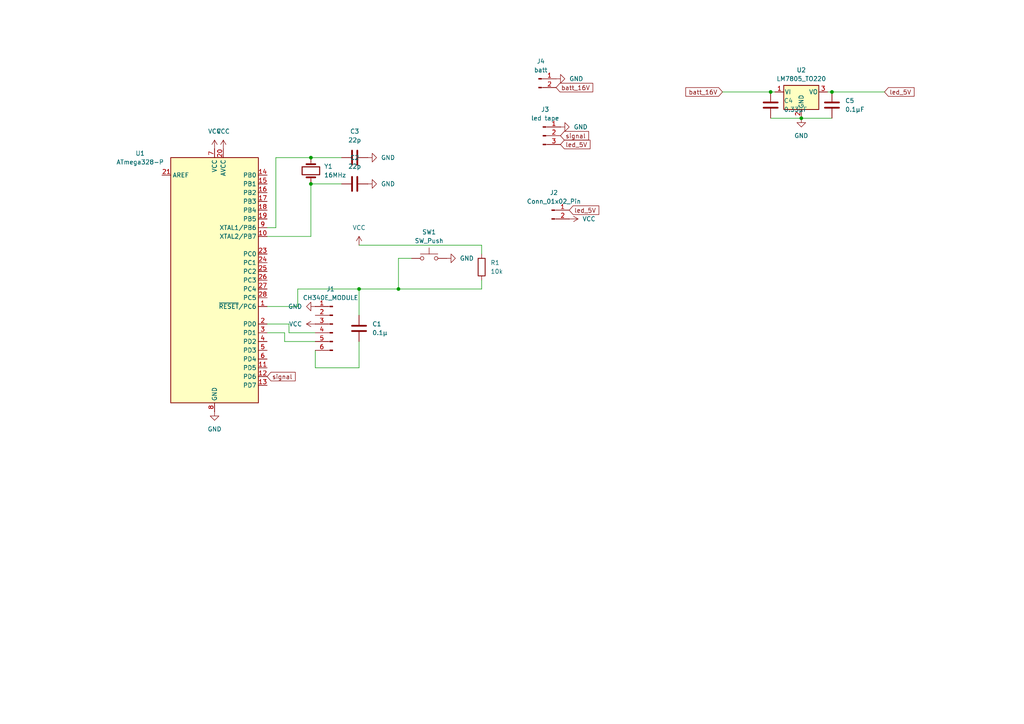
<source format=kicad_sch>
(kicad_sch (version 20231120) (generator "eeschema") (generator_version "8.0")
  (paper "A4")
  (lib_symbols
    (symbol "Connector:Conn_01x02_Pin" (pin_names (offset 1.016) hide)
      (property "Reference" "J" (at 0 2.54 0))
      (property "Value" "Conn_01x02_Pin" (at 0 -5.08 0))
      (symbol "Conn_01x02_Pin_1_1"
        (polyline (pts (xy 1.27 -2.54) (xy 0.8636 -2.54)) (stroke (width 0.1524)))
        (polyline (pts (xy 1.27 0) (xy 0.8636 0)) (stroke (width 0.1524)))
        (rectangle (start 0.8636 -2.413) (end 0 -2.667) (stroke (width 0.1524)) (fill (type outline)))
        (rectangle (start 0.8636 0.127) (end 0 -0.127) (stroke (width 0.1524)) (fill (type outline)))
        (pin passive line (at 5.08 0 180) (length 3.81) (name "Pin_1") (number "1"))
        (pin passive line (at 5.08 -2.54 180) (length 3.81) (name "Pin_2") (number "2"))
      )
    )
    (symbol "Connector:Conn_01x03_Pin" (pin_names (offset 1.016) hide)
      (property "Reference" "J" (at 0 5.08 0))
      (property "Value" "Conn_01x03_Pin" (at 0 -5.08 0))
      (symbol "Conn_01x03_Pin_1_1"
        (polyline (pts (xy 1.27 -2.54) (xy 0.8636 -2.54)) (stroke (width 0.1524)))
        (polyline (pts (xy 1.27 0) (xy 0.8636 0)) (stroke (width 0.1524)))
        (polyline (pts (xy 1.27 2.54) (xy 0.8636 2.54)) (stroke (width 0.1524)))
        (rectangle (start 0.8636 -2.413) (end 0 -2.667) (stroke (width 0.1524)) (fill (type outline)))
        (rectangle (start 0.8636 0.127) (end 0 -0.127) (stroke (width 0.1524)) (fill (type outline)))
        (rectangle (start 0.8636 2.667) (end 0 2.413) (stroke (width 0.1524)) (fill (type outline)))
        (pin passive line (at 5.08 2.54 180) (length 3.81) (name "Pin_1") (number "1"))
        (pin passive line (at 5.08 0 180) (length 3.81) (name "Pin_2") (number "2"))
        (pin passive line (at 5.08 -2.54 180) (length 3.81) (name "Pin_3") (number "3"))
      )
    )
    (symbol "Connector:Conn_01x06_Pin" (pin_names (offset 1.016) hide)
      (property "Reference" "J" (at 0 7.62 0))
      (property "Value" "Conn_01x06_Pin" (at 0 -10.16 0))
      (symbol "Conn_01x06_Pin_1_1"
        (polyline (pts (xy 1.27 -7.62) (xy 0.8636 -7.62)) (stroke (width 0.1524)))
        (polyline (pts (xy 1.27 -5.08) (xy 0.8636 -5.08)) (stroke (width 0.1524)))
        (polyline (pts (xy 1.27 -2.54) (xy 0.8636 -2.54)) (stroke (width 0.1524)))
        (polyline (pts (xy 1.27 0) (xy 0.8636 0)) (stroke (width 0.1524)))
        (polyline (pts (xy 1.27 2.54) (xy 0.8636 2.54)) (stroke (width 0.1524)))
        (polyline (pts (xy 1.27 5.08) (xy 0.8636 5.08)) (stroke (width 0.1524)))
        (rectangle (start 0.8636 -7.493) (end 0 -7.747) (stroke (width 0.1524)) (fill (type outline)))
        (rectangle (start 0.8636 -4.953) (end 0 -5.207) (stroke (width 0.1524)) (fill (type outline)))
        (rectangle (start 0.8636 -2.413) (end 0 -2.667) (stroke (width 0.1524)) (fill (type outline)))
        (rectangle (start 0.8636 0.127) (end 0 -0.127) (stroke (width 0.1524)) (fill (type outline)))
        (rectangle (start 0.8636 2.667) (end 0 2.413) (stroke (width 0.1524)) (fill (type outline)))
        (rectangle (start 0.8636 5.207) (end 0 4.953) (stroke (width 0.1524)) (fill (type outline)))
        (pin passive line (at 5.08 5.08 180) (length 3.81) (name "Pin_1") (number "1"))
        (pin passive line (at 5.08 2.54 180) (length 3.81) (name "Pin_2") (number "2"))
        (pin passive line (at 5.08 0 180) (length 3.81) (name "Pin_3") (number "3"))
        (pin passive line (at 5.08 -2.54 180) (length 3.81) (name "Pin_4") (number "4"))
        (pin passive line (at 5.08 -5.08 180) (length 3.81) (name "Pin_5") (number "5"))
        (pin passive line (at 5.08 -7.62 180) (length 3.81) (name "Pin_6") (number "6"))
      )
    )
    (symbol "Device:C" (pin_numbers hide) (pin_names (offset 0.254))
      (property "Reference" "C" (at 0.635 2.54 0))
      (property "Value" "C" (at 0.635 -2.54 0))
      (symbol "C_0_1"
        (polyline (pts (xy -2.032 -0.762) (xy 2.032 -0.762)) (stroke (width 0.508)))
        (polyline (pts (xy -2.032 0.762) (xy 2.032 0.762)) (stroke (width 0.508)))
      )
      (symbol "C_1_1"
        (pin passive line (at 0 3.81 270) (length 2.794) (name "~") (number "1"))
        (pin passive line (at 0 -3.81 90) (length 2.794) (name "~") (number "2"))
      )
    )
    (symbol "Device:Crystal" (pin_numbers hide) (pin_names (offset 1.016) hide)
      (property "Reference" "Y" (at 0 3.81 0))
      (property "Value" "Crystal" (at 0 -3.81 0))
      (symbol "Crystal_0_1"
        (rectangle (start -1.143 2.54) (end 1.143 -2.54) (stroke (width 0.3048)))
        (polyline (pts (xy -2.54 0) (xy -1.905 0)))
        (polyline (pts (xy -1.905 -1.27) (xy -1.905 1.27)) (stroke (width 0.508)))
        (polyline (pts (xy 1.905 -1.27) (xy 1.905 1.27)) (stroke (width 0.508)))
        (polyline (pts (xy 2.54 0) (xy 1.905 0)))
      )
      (symbol "Crystal_1_1"
        (pin passive line (at -3.81 0 0) (length 1.27) (name "1") (number "1"))
        (pin passive line (at 3.81 0 180) (length 1.27) (name "2") (number "2"))
      )
    )
    (symbol "Device:R" (pin_numbers hide) (pin_names (offset 0))
      (property "Reference" "R" (at 2.032 0 90))
      (property "Value" "R" (at 0 0 90))
      (symbol "R_0_1"
        (rectangle (start -1.016 -2.54) (end 1.016 2.54) (stroke (width 0.254)))
      )
      (symbol "R_1_1"
        (pin passive line (at 0 3.81 270) (length 1.27) (name "~") (number "1"))
        (pin passive line (at 0 -3.81 90) (length 1.27) (name "~") (number "2"))
      )
    )
    (symbol "MCU_Microchip_ATmega:ATmega328-P"
      (property "Reference" "U" (at -12.7 36.83 0))
      (property "Value" "ATmega328-P" (at 2.54 -36.83 0))
      (symbol "ATmega328-P_0_1"
        (rectangle (start -12.7 -35.56) (end 12.7 35.56) (stroke (width 0.254)) (fill (type background)))
      )
      (symbol "ATmega328-P_1_1"
        (pin bidirectional line (at 15.24 -7.62 180) (length 2.54) (name "~{RESET}/PC6") (number "1"))
        (pin bidirectional line (at 15.24 12.7 180) (length 2.54) (name "XTAL2/PB7") (number "10"))
        (pin bidirectional line (at 15.24 -25.4 180) (length 2.54) (name "PD5") (number "11"))
        (pin bidirectional line (at 15.24 -27.94 180) (length 2.54) (name "PD6") (number "12"))
        (pin bidirectional line (at 15.24 -30.48 180) (length 2.54) (name "PD7") (number "13"))
        (pin bidirectional line (at 15.24 30.48 180) (length 2.54) (name "PB0") (number "14"))
        (pin bidirectional line (at 15.24 27.94 180) (length 2.54) (name "PB1") (number "15"))
        (pin bidirectional line (at 15.24 25.4 180) (length 2.54) (name "PB2") (number "16"))
        (pin bidirectional line (at 15.24 22.86 180) (length 2.54) (name "PB3") (number "17"))
        (pin bidirectional line (at 15.24 20.32 180) (length 2.54) (name "PB4") (number "18"))
        (pin bidirectional line (at 15.24 17.78 180) (length 2.54) (name "PB5") (number "19"))
        (pin bidirectional line (at 15.24 -12.7 180) (length 2.54) (name "PD0") (number "2"))
        (pin power_in line (at 2.54 38.1 270) (length 2.54) (name "AVCC") (number "20"))
        (pin passive line (at -15.24 30.48 0) (length 2.54) (name "AREF") (number "21"))
        (pin passive line (at 0 -38.1 90) (length 2.54) hide (name "GND") (number "22"))
        (pin bidirectional line (at 15.24 7.62 180) (length 2.54) (name "PC0") (number "23"))
        (pin bidirectional line (at 15.24 5.08 180) (length 2.54) (name "PC1") (number "24"))
        (pin bidirectional line (at 15.24 2.54 180) (length 2.54) (name "PC2") (number "25"))
        (pin bidirectional line (at 15.24 0 180) (length 2.54) (name "PC3") (number "26"))
        (pin bidirectional line (at 15.24 -2.54 180) (length 2.54) (name "PC4") (number "27"))
        (pin bidirectional line (at 15.24 -5.08 180) (length 2.54) (name "PC5") (number "28"))
        (pin bidirectional line (at 15.24 -15.24 180) (length 2.54) (name "PD1") (number "3"))
        (pin bidirectional line (at 15.24 -17.78 180) (length 2.54) (name "PD2") (number "4"))
        (pin bidirectional line (at 15.24 -20.32 180) (length 2.54) (name "PD3") (number "5"))
        (pin bidirectional line (at 15.24 -22.86 180) (length 2.54) (name "PD4") (number "6"))
        (pin power_in line (at 0 38.1 270) (length 2.54) (name "VCC") (number "7"))
        (pin power_in line (at 0 -38.1 90) (length 2.54) (name "GND") (number "8"))
        (pin bidirectional line (at 15.24 15.24 180) (length 2.54) (name "XTAL1/PB6") (number "9"))
      )
    )
    (symbol "Regulator_Linear:LM7805_TO220" (pin_names (offset 0.254))
      (property "Reference" "U" (at -3.81 3.175 0))
      (property "Value" "LM7805_TO220" (at 0 3.175 0))
      (symbol "LM7805_TO220_0_1"
        (rectangle (start -5.08 1.905) (end 5.08 -5.08) (stroke (width 0.254)) (fill (type background)))
      )
      (symbol "LM7805_TO220_1_1"
        (pin power_in line (at -7.62 0 0) (length 2.54) (name "VI") (number "1"))
        (pin power_in line (at 0 -7.62 90) (length 2.54) (name "GND") (number "2"))
        (pin power_out line (at 7.62 0 180) (length 2.54) (name "VO") (number "3"))
      )
    )
    (symbol "Switch:SW_Push" (pin_numbers hide) (pin_names (offset 1.016) hide)
      (property "Reference" "SW" (at 1.27 2.54 0))
      (property "Value" "SW_Push" (at 0 -1.524 0))
      (symbol "SW_Push_0_1"
        (circle (center -2.032 0) (radius 0.508))
        (polyline (pts (xy 0 1.27) (xy 0 3.048)))
        (polyline (pts (xy 2.54 1.27) (xy -2.54 1.27)))
        (circle (center 2.032 0) (radius 0.508))
        (pin passive line (at -5.08 0 0) (length 2.54) (name "1") (number "1"))
        (pin passive line (at 5.08 0 180) (length 2.54) (name "2") (number "2"))
      )
    )
    (symbol "power:GND" (power) (pin_numbers hide) (pin_names (offset 0) hide)
      (property "Value" "GND" (at 0 -3.81 0))
      (symbol "GND_0_1"
        (polyline (pts (xy 0 0) (xy 0 -1.27) (xy 1.27 -1.27) (xy 0 -2.54) (xy -1.27 -1.27) (xy 0 -1.27)))
      )
      (symbol "GND_1_1"
        (pin power_in line (at 0 0 270) (length 0) (name "~") (number "1"))
      )
    )
    (symbol "power:VCC" (power) (pin_numbers hide) (pin_names (offset 0) hide)
      (property "Value" "VCC" (at 0 3.556 0))
      (symbol "VCC_0_1"
        (polyline (pts (xy -0.762 1.27) (xy 0 2.54)))
        (polyline (pts (xy 0 0) (xy 0 2.54)))
        (polyline (pts (xy 0 2.54) (xy 0.762 1.27)))
      )
      (symbol "VCC_1_1"
        (pin power_in line (at 0 0 90) (length 0) (name "~") (number "1"))
      )
    )
  )
  (junction (at 90.17 45.72))
  (junction (at 241.3 26.67))
  (junction (at 223.52 26.67))
  (junction (at 115.57 83.82))
  (junction (at 90.17 53.34))
  (junction (at 104.14 83.82))
  (junction (at 232.41 34.29))
  (wire (pts (xy 86.36 83.82) (xy 86.36 88.9)))
  (wire (pts (xy 139.7 83.82) (xy 115.57 83.82)))
  (wire (pts (xy 139.7 71.12) (xy 104.14 71.12)))
  (wire (pts (xy 241.3 26.67) (xy 256.54 26.67)))
  (wire (pts (xy 90.17 45.72) (xy 80.01 45.72)))
  (wire (pts (xy 82.55 99.06) (xy 91.44 99.06)))
  (wire (pts (xy 90.17 45.72) (xy 99.06 45.72)))
  (wire (pts (xy 209.55 26.67) (xy 223.52 26.67)))
  (wire (pts (xy 82.55 96.52) (xy 82.55 99.06)))
  (wire (pts (xy 80.01 45.72) (xy 80.01 66.04)))
  (wire (pts (xy 90.17 68.58) (xy 77.47 68.58)))
  (wire (pts (xy 83.82 93.98) (xy 83.82 96.52)))
  (wire (pts (xy 83.82 96.52) (xy 91.44 96.52)))
  (wire (pts (xy 232.41 34.29) (xy 241.3 34.29)))
  (wire (pts (xy 104.14 91.44) (xy 104.14 83.82)))
  (wire (pts (xy 139.7 71.12) (xy 139.7 73.66)))
  (wire (pts (xy 86.36 88.9) (xy 77.47 88.9)))
  (wire (pts (xy 119.38 74.93) (xy 115.57 74.93)))
  (wire (pts (xy 90.17 53.34) (xy 90.17 68.58)))
  (wire (pts (xy 90.17 53.34) (xy 99.06 53.34)))
  (wire (pts (xy 115.57 83.82) (xy 104.14 83.82)))
  (wire (pts (xy 115.57 74.93) (xy 115.57 83.82)))
  (wire (pts (xy 139.7 81.28) (xy 139.7 83.82)))
  (wire (pts (xy 80.01 66.04) (xy 77.47 66.04)))
  (wire (pts (xy 91.44 106.68) (xy 104.14 106.68)))
  (wire (pts (xy 91.44 101.6) (xy 91.44 106.68)))
  (wire (pts (xy 223.52 26.67) (xy 224.79 26.67)))
  (wire (pts (xy 104.14 106.68) (xy 104.14 99.06)))
  (wire (pts (xy 77.47 93.98) (xy 83.82 93.98)))
  (wire (pts (xy 77.47 96.52) (xy 82.55 96.52)))
  (wire (pts (xy 240.03 26.67) (xy 241.3 26.67)))
  (wire (pts (xy 104.14 83.82) (xy 86.36 83.82)))
  (wire (pts (xy 223.52 34.29) (xy 232.41 34.29)))
  (global_label "led_5V" (shape input) (at 256.54 26.67 0) (property "Intersheetrefs" "${INTERSHEET_REFS}" (effects (hide yes))))
  (global_label "batt_16V" (shape input) (at 209.55 26.67 180) (property "Intersheetrefs" "${INTERSHEET_REFS}" (effects (hide yes))))
  (global_label "led_5V" (shape input) (at 162.56 41.91 0) (property "Intersheetrefs" "${INTERSHEET_REFS}" (effects (hide yes))))
  (global_label "signal" (shape input) (at 77.47 109.22 0) (property "Intersheetrefs" "${INTERSHEET_REFS}" (effects (hide yes))))
  (global_label "led_5V" (shape input) (at 165.1 60.96 0) (property "Intersheetrefs" "${INTERSHEET_REFS}" (effects (hide yes))))
  (global_label "signal" (shape input) (at 162.56 39.37 0) (property "Intersheetrefs" "${INTERSHEET_REFS}" (effects (hide yes))))
  (global_label "batt_16V" (shape input) (at 161.29 25.4 0) (property "Intersheetrefs" "${INTERSHEET_REFS}" (effects (hide yes))))
  (symbol (lib_id "power:GND") (at 161.29 22.86 90) (unit 1)
    (property "Reference" "#PWR014" (effects (hide yes)))
    (property "Value" "GND" (at 165.1 22.8599 90) (effects (justify right)))
    (property "Description" "Power symbol creates a global label with name \"GND\" , ground" (effects (hide yes)))
  )
  (symbol (lib_id "power:VCC") (at 62.23 43.18 0) (unit 1)
    (property "Reference" "#PWR02" (effects (hide yes)))
    (property "Value" "VCC" (at 62.23 38.1 0))
    (property "Description" "Power symbol creates a global label with name \"VCC\"" (effects (hide yes)))
  )
  (symbol (lib_id "power:VCC") (at 165.1 63.5 270) (unit 1)
    (property "Reference" "#PWR09" (effects (hide yes)))
    (property "Value" "VCC" (at 168.91 63.5001 90) (effects (justify left)))
    (property "Description" "Power symbol creates a global label with name \"VCC\"" (effects (hide yes)))
  )
  (symbol (lib_id "power:GND") (at 162.56 36.83 90) (unit 1)
    (property "Reference" "#PWR013" (effects (hide yes)))
    (property "Value" "GND" (at 166.37 36.8299 90) (effects (justify right)))
    (property "Description" "Power symbol creates a global label with name \"GND\" , ground" (effects (hide yes)))
  )
  (symbol (lib_id "power:GND") (at 91.44 88.9 270) (mirror x) (unit 1)
    (property "Reference" "#PWR04" (effects (hide yes)))
    (property "Value" "GND" (at 87.63 88.9001 90) (effects (justify right)))
    (property "Description" "Power symbol creates a global label with name \"GND\" , ground" (effects (hide yes)))
  )
  (symbol (lib_id "Device:C") (at 102.87 53.34 90) (unit 1)
    (property "Reference" "C2" (at 102.87 45.72 90))
    (property "Value" "22p" (at 102.87 48.26 90))
    (property "Footprint" "Capacitor_THT:C_Disc_D3.0mm_W2.0mm_P2.50mm" (effects (hide yes)))
    (property "Description" "Unpolarized capacitor" (effects (hide yes)))
  )
  (symbol (lib_id "MCU_Microchip_ATmega:ATmega328-P") (at 62.23 81.28 0) (unit 1)
    (property "Reference" "U1" (at 40.64 44.4814 0))
    (property "Value" "ATmega328-P" (at 40.64 47.0214 0))
    (property "Footprint" "Package_DIP:DIP-28_W7.62mm" (effects (hide yes)))
    (property "Datasheet" "http://ww1.microchip.com/downloads/en/DeviceDoc/ATmega328_P%20AVR%20MCU%20with%20picoPower%20Technology%20Data%20Sheet%2040001984A.pdf" (effects (hide yes)))
    (property "Description" "20MHz, 32kB Flash, 2kB SRAM, 1kB EEPROM, DIP-28" (effects (hide yes)))
  )
  (symbol (lib_id "Connector:Conn_01x03_Pin") (at 157.48 39.37 0) (unit 1)
    (property "Reference" "J3" (at 158.115 31.75 0))
    (property "Value" "led tape" (at 158.115 34.29 0))
    (property "Footprint" "Connector_JST:JST_XH_S3B-XH-A-1_1x03_P2.50mm_Horizontal" (effects (hide yes)))
    (property "Description" "Generic connector, single row, 01x03, script generated" (effects (hide yes)))
  )
  (symbol (lib_id "power:VCC") (at 104.14 71.12 0) (unit 1)
    (property "Reference" "#PWR05" (effects (hide yes)))
    (property "Value" "VCC" (at 104.14 66.04 0))
    (property "Description" "Power symbol creates a global label with name \"VCC\"" (effects (hide yes)))
  )
  (symbol (lib_id "Device:C") (at 241.3 30.48 0) (unit 1)
    (property "Reference" "C5" (at 245.11 29.2099 0) (effects (justify left)))
    (property "Value" "0.1μF" (at 245.11 31.7499 0) (effects (justify left)))
    (property "Footprint" "Capacitor_THT:C_Disc_D3.0mm_W2.0mm_P2.50mm" (effects (hide yes)))
    (property "Description" "Unpolarized capacitor" (effects (hide yes)))
  )
  (symbol (lib_id "Regulator_Linear:LM7805_TO220") (at 232.41 26.67 0) (unit 1)
    (property "Reference" "U2" (at 232.41 20.32 0))
    (property "Value" "LM7805_TO220" (at 232.41 22.86 0))
    (property "Footprint" "Package_TO_SOT_THT:TO-220-3_Vertical" (effects (hide yes)))
    (property "Datasheet" "https://www.onsemi.cn/PowerSolutions/document/MC7800-D.PDF" (effects (hide yes)))
    (property "Description" "Positive 1A 35V Linear Regulator, Fixed Output 5V, TO-220" (effects (hide yes)))
  )
  (symbol (lib_id "Connector:Conn_01x02_Pin") (at 156.21 22.86 0) (unit 1)
    (property "Reference" "J4" (at 156.845 17.78 0))
    (property "Value" "batt" (at 156.845 20.32 0))
    (property "Footprint" "Connector_AMASS:AMASS_XT30PW-M_1x02_P2.50mm_Horizontal" (effects (hide yes)))
    (property "Description" "Generic connector, single row, 01x02, script generated" (effects (hide yes)))
  )
  (symbol (lib_id "power:GND") (at 232.41 34.29 0) (unit 1)
    (property "Reference" "#PWR015" (effects (hide yes)))
    (property "Value" "GND" (at 232.41 39.37 0))
    (property "Description" "Power symbol creates a global label with name \"GND\" , ground" (effects (hide yes)))
  )
  (symbol (lib_id "Device:C") (at 102.87 45.72 90) (unit 1)
    (property "Reference" "C3" (at 102.87 38.1 90))
    (property "Value" "22p" (at 102.87 40.64 90))
    (property "Footprint" "Capacitor_THT:C_Disc_D3.0mm_W2.0mm_P2.50mm" (effects (hide yes)))
    (property "Description" "Unpolarized capacitor" (effects (hide yes)))
  )
  (symbol (lib_id "Device:C") (at 223.52 30.48 0) (unit 1)
    (property "Reference" "C4" (at 227.33 29.2099 0) (effects (justify left)))
    (property "Value" "0.33μF" (at 227.33 31.7499 0) (effects (justify left)))
    (property "Footprint" "Capacitor_THT:C_Disc_D3.0mm_W2.0mm_P2.50mm" (effects (hide yes)))
    (property "Description" "Unpolarized capacitor" (effects (hide yes)))
  )
  (symbol (lib_id "Switch:SW_Push") (at 124.46 74.93 0) (unit 1)
    (property "Reference" "SW1" (at 124.46 67.31 0))
    (property "Value" "SW_Push" (at 124.46 69.85 0))
    (property "Footprint" "Button_Switch_THT:SW_PUSH_6mm" (effects (hide yes)))
    (property "Description" "Push button switch, generic, two pins" (effects (hide yes)))
  )
  (symbol (lib_id "power:VCC") (at 64.77 43.18 0) (unit 1)
    (property "Reference" "#PWR08" (effects (hide yes)))
    (property "Value" "VCC" (at 64.77 38.1 0))
    (property "Description" "Power symbol creates a global label with name \"VCC\"" (effects (hide yes)))
  )
  (symbol (lib_id "power:GND") (at 106.68 45.72 90) (unit 1)
    (property "Reference" "#PWR06" (effects (hide yes)))
    (property "Value" "GND" (at 110.49 45.7199 90) (effects (justify right)))
    (property "Description" "Power symbol creates a global label with name \"GND\" , ground" (effects (hide yes)))
  )
  (symbol (lib_id "Connector:Conn_01x02_Pin") (at 160.02 60.96 0) (unit 1)
    (property "Reference" "J2" (at 160.655 55.88 0))
    (property "Value" "Conn_01x02_Pin" (at 160.655 58.42 0))
    (property "Footprint" "Connector_PinHeader_2.54mm:PinHeader_1x02_P2.54mm_Vertical" (effects (hide yes)))
    (property "Description" "Generic connector, single row, 01x02, script generated" (effects (hide yes)))
  )
  (symbol (lib_id "power:GND") (at 62.23 119.38 0) (unit 1)
    (property "Reference" "#PWR03" (effects (hide yes)))
    (property "Value" "GND" (at 62.23 124.46 0))
    (property "Description" "Power symbol creates a global label with name \"GND\" , ground" (effects (hide yes)))
  )
  (symbol (lib_id "Connector:Conn_01x06_Pin") (at 96.52 93.98 0) (mirror y) (unit 1)
    (property "Reference" "J1" (at 95.885 83.82 0))
    (property "Value" "CH340E_MODULE" (at 95.885 86.36 0))
    (property "Footprint" "Connector_PinHeader_2.54mm:PinHeader_1x06_P2.54mm_Vertical" (effects (hide yes)))
    (property "Description" "Generic connector, single row, 01x06, script generated" (effects (hide yes)))
  )
  (symbol (lib_id "power:GND") (at 106.68 53.34 90) (unit 1)
    (property "Reference" "#PWR07" (effects (hide yes)))
    (property "Value" "GND" (at 110.49 53.3399 90) (effects (justify right)))
    (property "Description" "Power symbol creates a global label with name \"GND\" , ground" (effects (hide yes)))
  )
  (symbol (lib_id "Device:R") (at 139.7 77.47 0) (unit 1)
    (property "Reference" "R1" (at 142.24 76.1999 0) (effects (justify left)))
    (property "Value" "10k" (at 142.24 78.7399 0) (effects (justify left)))
    (property "Footprint" "Resistor_THT:R_Axial_DIN0207_L6.3mm_D2.5mm_P10.16mm_Horizontal" (effects (hide yes)))
    (property "Description" "Resistor" (effects (hide yes)))
  )
  (symbol (lib_id "power:VCC") (at 91.44 93.98 90) (mirror x) (unit 1)
    (property "Reference" "#PWR01" (effects (hide yes)))
    (property "Value" "VCC" (at 87.63 93.9801 90) (effects (justify left)))
    (property "Description" "Power symbol creates a global label with name \"VCC\"" (effects (hide yes)))
  )
  (symbol (lib_id "Device:C") (at 104.14 95.25 0) (unit 1)
    (property "Reference" "C1" (at 107.95 93.9799 0) (effects (justify left)))
    (property "Value" "0.1μ" (at 107.95 96.5199 0) (effects (justify left)))
    (property "Footprint" "Capacitor_THT:C_Disc_D3.0mm_W2.0mm_P2.50mm" (effects (hide yes)))
    (property "Description" "Unpolarized capacitor" (effects (hide yes)))
  )
  (symbol (lib_id "power:GND") (at 129.54 74.93 90) (unit 1)
    (property "Reference" "#PWR010" (effects (hide yes)))
    (property "Value" "GND" (at 133.35 74.9299 90) (effects (justify right)))
    (property "Description" "Power symbol creates a global label with name \"GND\" , ground" (effects (hide yes)))
  )
  (symbol (lib_id "Device:Crystal") (at 90.17 49.53 270) (unit 1)
    (property "Reference" "Y1" (at 93.98 48.2599 90) (effects (justify left)))
    (property "Value" "16MHz" (at 93.98 50.7999 90) (effects (justify left)))
    (property "Footprint" "Crystal:Crystal_HC18-U_Vertical" (effects (hide yes)))
    (property "Description" "Two pin crystal" (effects (hide yes)))
  )
)
</source>
